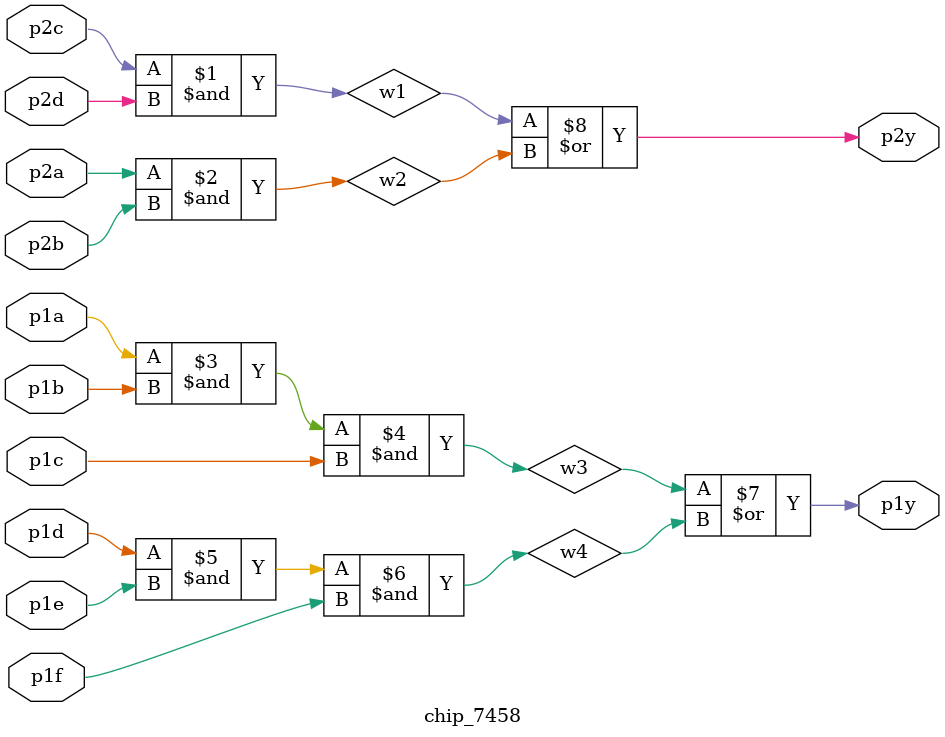
<source format=v>
module chip_7458 (
    input p1a, p1b, p1c, p1d, p1e, p1f,
    output p1y,
    input p2a, p2b, p2c, p2d,
    output p2y
);
    // output of AND gates = input of OR gates
    wire w1, w2, w3, w4;

    // AND gates output
    assign w1 = p2c & p2d;
    assign w2 = p2a & p2b;
    assign w3 = p1a & p1b & p1c;
    assign w4 = p1d & p1e & p1f;

    // final OR gates outputs
    assign p1y = w3 | w4;
    assign p2y = w1 | w2;

endmodule
</source>
